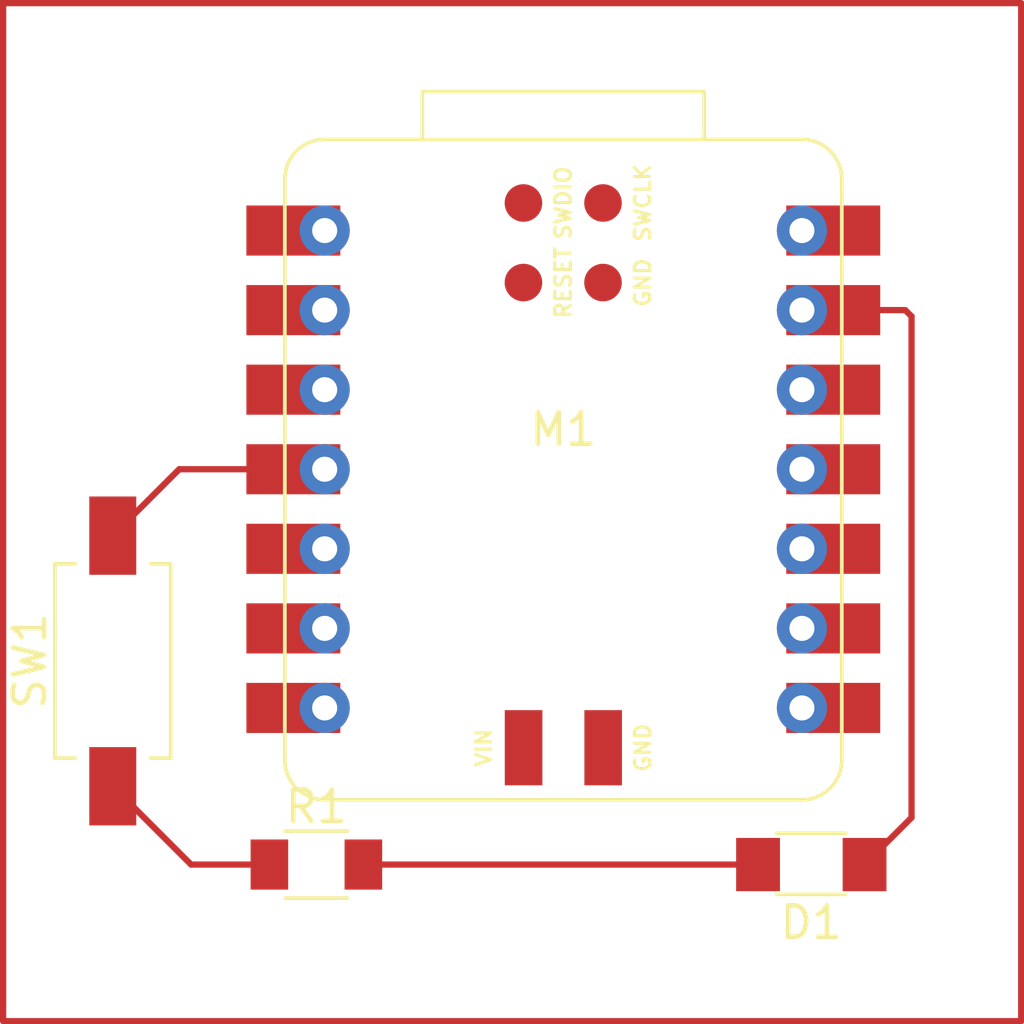
<source format=kicad_pcb>
(kicad_pcb (version 20241229) (generator "pcbnew") (generator_version "9.0")
  (layers (0 "F.Cu" signal) (2 "B.Cu" signal) (13 "F.Paste" user) (15 "B.Paste" user) (5 "F.SilkS" user "F.Silkscreen") (7 "B.SilkS" user "B.Silkscreen") (1 "F.Mask" user) (3 "B.Mask" user) (25 "Edge.Cuts" user))
  (net 0 "")
  (net 1 "Net-(D1-A)")
  (net 2 "PWR_GND")
  (net 9 "Net-(M1-D3)")
  (net 22 "Net-(R1-Pad1)")
  (footprint "fab:SeeedStudio_XIAO_RP2040" (layer "F.Cu") (at 159.38 97.88)
    (property "Reference" "M1" (at 0 -1.27 0) (layer "F.SilkS"))
    (property "Value" "Module_XIAO-RP2040")
    (fp_line (start -8.8875 9.281) (end -8.8875 -9.261) (stroke (width 0.12)) (layer "F.SilkS"))
    (fp_line (start -7.6175 -10.531) (end 7.6225 -10.531) (stroke (width 0.12)) (layer "F.SilkS"))
    (fp_line (start 7.6225 10.551) (end -7.6175 10.551) (stroke (width 0.12)) (layer "F.SilkS"))
    (fp_line (start 8.8925 -9.261) (end 8.8925 9.281) (stroke (width 0.12)) (layer "F.SilkS"))
    (fp_rect (start -4.4975 -10.531) (end 4.5025 -12.055) (stroke (width 0.12)) (fill no) (layer "F.SilkS"))
    (fp_arc (start -8.8875 -9.261) (mid -8.515526 -10.159026) (end -7.6175 -10.531) (stroke (width 0.12)) (layer "F.SilkS"))
    (fp_arc (start -7.6175 10.551) (mid -8.515526 10.179026) (end -8.8875 9.281) (stroke (width 0.12)) (layer "F.SilkS"))
    (fp_arc (start 7.6225 -10.531) (mid 8.520526 -10.159026) (end 8.8925 -9.261) (stroke (width 0.12)) (layer "F.SilkS"))
    (fp_arc (start 8.8925 9.281) (mid 8.520526 10.179026) (end 7.6225 10.551) (stroke (width 0.12)) (layer "F.SilkS"))
    (fp_text user "RESET" (at 0 -5.96 90) (layer "F.SilkS") (effects (font (size 0.5 0.5) (thickness 0.1) (bold yes))))
    (fp_text user "GND" (at 2.54 -5.96 90) (layer "F.SilkS") (effects (font (size 0.5 0.5) (thickness 0.1) (bold yes))))
    (fp_text user "SWDIO" (at 0 -8.5 90) (layer "F.SilkS") (effects (font (size 0.5 0.5) (thickness 0.1) (bold yes))))
    (fp_text user "SWCLK" (at 2.54 -8.5 90) (layer "F.SilkS") (effects (font (size 0.5 0.5) (thickness 0.1) (bold yes))))
    (fp_text user "VIN" (at -2.535 8.89 90) (layer "F.SilkS") (effects (font (size 0.5 0.5) (thickness 0.1) (bold yes))))
    (fp_text user "GND" (at 2.545 8.89 90) (layer "F.SilkS") (effects (font (size 0.5 0.5) (thickness 0.1) (bold yes))))
    (pad "1" thru_hole circle (at -7.615 -7.62) (size 1.6 1.6) (drill 0.8) (layers "*.Cu" "*.Mask"))
    (pad "1" smd rect (at -7.615 -7.62) (size 3 1.6) (drill (offset -1 0)) (layers "F.Cu" "F.Mask" "F.Paste"))
    (pad "2" thru_hole circle (at -7.615 -5.08) (size 1.6 1.6) (drill 0.8) (layers "*.Cu" "*.Mask"))
    (pad "2" smd rect (at -7.615 -5.08) (size 3 1.6) (drill (offset -1 0)) (layers "F.Cu" "F.Mask" "F.Paste"))
    (pad "3" thru_hole circle (at -7.615 -2.54) (size 1.6 1.6) (drill 0.8) (layers "*.Cu" "*.Mask"))
    (pad "3" smd rect (at -7.615 -2.54) (size 3 1.6) (drill (offset -1 0)) (layers "F.Cu" "F.Mask" "F.Paste"))
    (pad "4" thru_hole circle (at -7.615 0) (size 1.6 1.6) (drill 0.8) (layers "*.Cu" "*.Mask") (net 9 "Net-(M1-D3)"))
    (pad "4" smd rect (at -7.615 0) (size 3 1.6) (drill (offset -1 0)) (layers "F.Cu" "F.Mask" "F.Paste") (net 9 "Net-(M1-D3)"))
    (pad "5" thru_hole circle (at -7.615 2.54) (size 1.6 1.6) (drill 0.8) (layers "*.Cu" "*.Mask"))
    (pad "5" smd rect (at -7.615 2.54) (size 3 1.6) (drill (offset -1 0)) (layers "F.Cu" "F.Mask" "F.Paste"))
    (pad "6" thru_hole circle (at -7.615 5.08) (size 1.6 1.6) (drill 0.8) (layers "*.Cu" "*.Mask"))
    (pad "6" smd rect (at -7.615 5.08) (size 3 1.6) (drill (offset -1 0)) (layers "F.Cu" "F.Mask" "F.Paste"))
    (pad "7" thru_hole circle (at -7.615 7.62) (size 1.6 1.6) (drill 0.8) (layers "*.Cu" "*.Mask"))
    (pad "7" smd rect (at -7.615 7.62) (size 3 1.6) (drill (offset -1 0)) (layers "F.Cu" "F.Mask" "F.Paste"))
    (pad "8" thru_hole circle (at 7.62 7.62) (size 1.6 1.6) (drill 0.8) (layers "*.Cu" "*.Mask"))
    (pad "8" smd rect (at 7.62 7.62) (size 3 1.6) (drill (offset 1 0)) (layers "F.Cu" "F.Mask" "F.Paste"))
    (pad "9" thru_hole circle (at 7.62 5.08) (size 1.6 1.6) (drill 0.8) (layers "*.Cu" "*.Mask"))
    (pad "9" smd rect (at 7.62 5.08) (size 3 1.6) (drill (offset 1 0)) (layers "F.Cu" "F.Mask" "F.Paste"))
    (pad "10" thru_hole circle (at 7.62 2.54) (size 1.6 1.6) (drill 0.8) (layers "*.Cu" "*.Mask"))
    (pad "10" smd rect (at 7.62 2.54) (size 3 1.6) (drill (offset 1 0)) (layers "F.Cu" "F.Mask" "F.Paste"))
    (pad "11" thru_hole circle (at 7.62 0) (size 1.6 1.6) (drill 0.8) (layers "*.Cu" "*.Mask"))
    (pad "11" smd rect (at 7.62 0) (size 3 1.6) (drill (offset 1 0)) (layers "F.Cu" "F.Mask" "F.Paste"))
    (pad "12" thru_hole circle (at 7.62 -2.54) (size 1.6 1.6) (drill 0.8) (layers "*.Cu" "*.Mask"))
    (pad "12" smd rect (at 7.62 -2.54) (size 3 1.6) (drill (offset 1 0)) (layers "F.Cu" "F.Mask" "F.Paste"))
    (pad "13" thru_hole circle (at 7.62 -5.08) (size 1.6 1.6) (drill 0.8) (layers "*.Cu" "*.Mask") (net 2 "PWR_GND"))
    (pad "13" smd rect (at 7.62 -5.08) (size 3 1.6) (drill (offset 1 0)) (layers "F.Cu" "F.Mask" "F.Paste") (net 2 "PWR_GND"))
    (pad "14" thru_hole circle (at 7.62 -7.62) (size 1.6 1.6) (drill 0.8) (layers "*.Cu" "*.Mask"))
    (pad "14" smd rect (at 7.62 -7.62) (size 3 1.6) (drill (offset 1 0)) (layers "F.Cu" "F.Mask" "F.Paste"))
    (pad "15" smd rect (at 1.275 8.89 270) (size 2.4 1.2) (layers "F.Cu" "F.Mask" "F.Paste"))
    (pad "16" smd rect (at -1.265 8.89 270) (size 2.4 1.2) (layers "F.Cu" "F.Mask" "F.Paste"))
    (pad "17" smd circle (at -1.27 -8.5) (size 1.2 1.2) (layers "F.Cu" "F.Mask" "F.Paste"))
    (pad "18" smd circle (at -1.27 -5.96) (size 1.2 1.2) (layers "F.Cu" "F.Mask" "F.Paste"))
    (pad "19" smd circle (at 1.27 -5.96) (size 1.2 1.2) (layers "F.Cu" "F.Mask" "F.Paste"))
    (pad "20" smd circle (at 1.27 -8.5) (size 1.2 1.2) (layers "F.Cu" "F.Mask" "F.Paste"))
  )
  (footprint "fab:R_1206" (layer "F.Cu") (at 151.5 110.5)
    (property "Reference" "R1" (at 0 -1.85 0) (layer "F.SilkS"))
    (property "Value" "R_1206")
    (fp_line (start -1 -1.07) (end 1 -1.07) (stroke (width 0.12)) (layer "F.SilkS"))
    (fp_line (start 1 1.07) (end -1 1.07) (stroke (width 0.12)) (layer "F.SilkS"))
    (pad "1" smd rect (at -1.5 0) (size 1.2 1.6) (layers "F.Cu" "F.Mask" "F.Paste") (net 22 "Net-(R1-Pad1)"))
    (pad "2" smd rect (at 1.5 0) (size 1.2 1.6) (layers "F.Cu" "F.Mask" "F.Paste") (net 1 "Net-(D1-A)"))
  )
  (footprint "fab:Button_CnK_PTS636.0_6x3.5mm" (layer "F.Cu") (at 145 104 90)
    (property "Reference" "SW1" (at 0 -2.65 90) (layer "F.SilkS"))
    (property "Value" "Switch_Tactile_CnK")
    (fp_line (start 3.1 -1.85) (end -3.1 -1.85) (stroke (width 0.12)) (layer "F.SilkS"))
    (fp_line (start 3.1 -1.85) (end 3.1 -1.2) (stroke (width 0.12)) (layer "F.SilkS"))
    (fp_line (start -3.1 -1.85) (end -3.1 -1.2) (stroke (width 0.12)) (layer "F.SilkS"))
    (fp_line (start -3.1 1.2) (end -3.1 1.85) (stroke (width 0.12)) (layer "F.SilkS"))
    (fp_line (start 3.1 1.85) (end 3.1 1.2) (stroke (width 0.12)) (layer "F.SilkS"))
    (fp_line (start -3.1 1.85) (end 3.1 1.85) (stroke (width 0.12)) (layer "F.SilkS"))
    (pad "1" smd rect (at -4 0 90) (size 2.5 1.5) (layers "F.Cu" "F.Mask" "F.Paste") (net 22 "Net-(R1-Pad1)"))
    (pad "2" smd rect (at 4 0 90) (size 2.5 1.5) (layers "F.Cu" "F.Mask" "F.Paste") (net 9 "Net-(M1-D3)"))
  )
  (footprint "fab:LED_1206" (layer "F.Cu") (at 167.3 110.5 180)
    (property "Reference" "D1" (at 0 -1.85 0) (layer "F.SilkS"))
    (property "Value" "LED_1206")
    (fp_line (start -1.1 1) (end 1.1 1) (stroke (width 0.12)) (layer "F.SilkS"))
    (fp_line (start -1.1 -0.95) (end 1.1 -0.95) (stroke (width 0.12)) (layer "F.SilkS"))
    (pad "1" smd rect (at -1.7 0 180) (size 1.4 1.7) (layers "F.Cu" "F.Mask" "F.Paste") (net 2 "PWR_GND"))
    (pad "2" smd rect (at 1.7 0 180) (size 1.4 1.7) (layers "F.Cu" "F.Mask" "F.Paste") (net 1 "Net-(D1-A)"))
  )
  (gr_rect (start 141.5 83) (end 174 115.5) (stroke (width 0.2)) (fill no) (layer "F.Cu"))
  (segment (start 153 110.5) (end 165.6 110.5) (width 0.2) (layer "F.Cu") (net 1))
  (segment (start 170.5 109) (end 170.5 93) (width 0.2) (layer "F.Cu") (net 2))
  (segment (start 170.3 92.8) (end 167 92.8) (width 0.2) (layer "F.Cu") (net 2))
  (segment (start 169 110.5) (end 170.5 109) (width 0.2) (layer "F.Cu") (net 2))
  (segment (start 170.5 93) (end 170.3 92.8) (width 0.2) (layer "F.Cu") (net 2))
  (segment (start 147.12 97.88) (end 151.765 97.88) (width 0.2) (layer "F.Cu") (net 9))
  (segment (start 145 100) (end 147.12 97.88) (width 0.2) (layer "F.Cu") (net 9))
  (segment (start 150 110.5) (end 147.5 110.5) (width 0.2) (layer "F.Cu") (net 22))
  (segment (start 147.5 110.5) (end 145 108) (width 0.2) (layer "F.Cu") (net 22))
)
</source>
